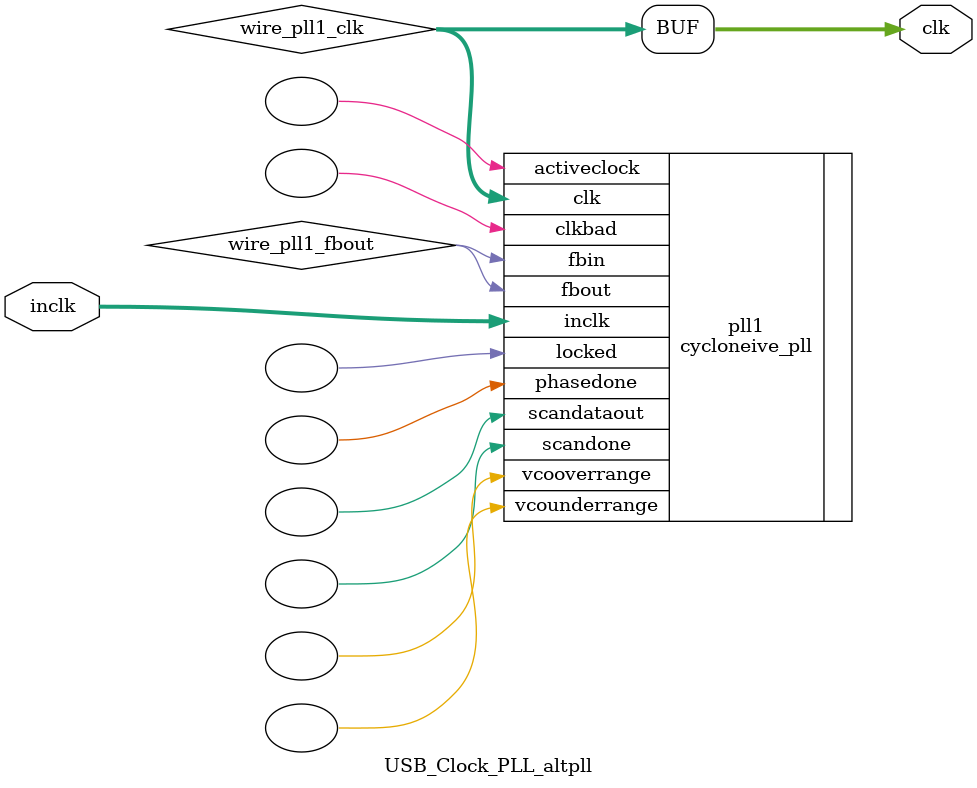
<source format=v>






//synthesis_resources = cycloneive_pll 1 
//synopsys translate_off
`timescale 1 ps / 1 ps
//synopsys translate_on
module  USB_Clock_PLL_altpll
	( 
	clk,
	inclk) /* synthesis synthesis_clearbox=1 */;
	output   [4:0]  clk;
	input   [1:0]  inclk;
`ifndef ALTERA_RESERVED_QIS
// synopsys translate_off
`endif
	tri0   [1:0]  inclk;
`ifndef ALTERA_RESERVED_QIS
// synopsys translate_on
`endif

	wire  [4:0]   wire_pll1_clk;
	wire  wire_pll1_fbout;

	cycloneive_pll   pll1
	( 
	.activeclock(),
	.clk(wire_pll1_clk),
	.clkbad(),
	.fbin(wire_pll1_fbout),
	.fbout(wire_pll1_fbout),
	.inclk(inclk),
	.locked(),
	.phasedone(),
	.scandataout(),
	.scandone(),
	.vcooverrange(),
	.vcounderrange()
	`ifndef FORMAL_VERIFICATION
	// synopsys translate_off
	`endif
	,
	.areset(1'b0),
	.clkswitch(1'b0),
	.configupdate(1'b0),
	.pfdena(1'b1),
	.phasecounterselect({3{1'b0}}),
	.phasestep(1'b0),
	.phaseupdown(1'b0),
	.scanclk(1'b0),
	.scanclkena(1'b1),
	.scandata(1'b0)
	`ifndef FORMAL_VERIFICATION
	// synopsys translate_on
	`endif
	);
	defparam
		pll1.bandwidth_type = "auto",
		pll1.clk0_divide_by = 25,
		pll1.clk0_duty_cycle = 50,
		pll1.clk0_multiply_by = 6,
		pll1.clk0_phase_shift = "0",
		pll1.clk1_divide_by = 1562500,
		pll1.clk1_duty_cycle = 50,
		pll1.clk1_multiply_by = 8021,
		pll1.clk1_phase_shift = "0",
		pll1.compensate_clock = "clk0",
		pll1.inclk0_input_frequency = 20000,
		pll1.operation_mode = "normal",
		pll1.pll_type = "auto",
		pll1.lpm_type = "cycloneive_pll";
	assign
		clk = {wire_pll1_clk[4:0]};
endmodule //USB_Clock_PLL_altpll
//VALID FILE

</source>
